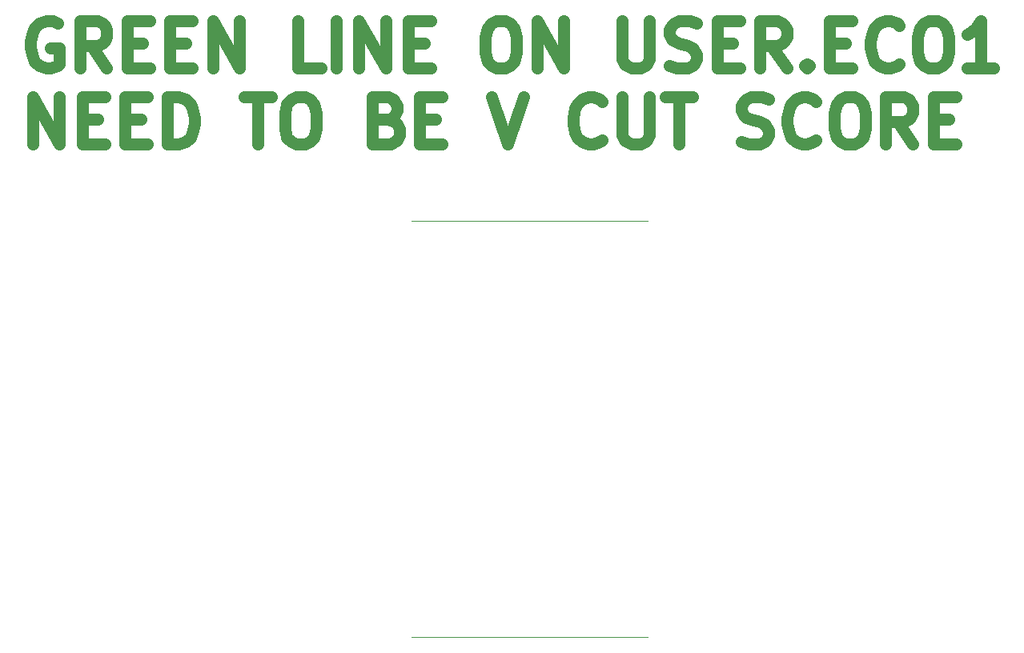
<source format=gbr>
%TF.GenerationSoftware,KiCad,Pcbnew,9.0.5*%
%TF.CreationDate,2025-10-19T17:26:29+02:00*%
%TF.ProjectId,PCB_PAPI,5043425f-5041-4504-992e-6b696361645f,rev?*%
%TF.SameCoordinates,Original*%
%TF.FileFunction,Other,ECO1*%
%FSLAX46Y46*%
G04 Gerber Fmt 4.6, Leading zero omitted, Abs format (unit mm)*
G04 Created by KiCad (PCBNEW 9.0.5) date 2025-10-19 17:26:29*
%MOMM*%
%LPD*%
G01*
G04 APERTURE LIST*
%ADD10C,1.250000*%
%ADD11C,0.100000*%
G04 APERTURE END LIST*
D10*
X79031891Y-40061470D02*
X78555701Y-39823375D01*
X78555701Y-39823375D02*
X77841415Y-39823375D01*
X77841415Y-39823375D02*
X77127129Y-40061470D01*
X77127129Y-40061470D02*
X76650939Y-40537660D01*
X76650939Y-40537660D02*
X76412844Y-41013851D01*
X76412844Y-41013851D02*
X76174748Y-41966232D01*
X76174748Y-41966232D02*
X76174748Y-42680518D01*
X76174748Y-42680518D02*
X76412844Y-43632899D01*
X76412844Y-43632899D02*
X76650939Y-44109089D01*
X76650939Y-44109089D02*
X77127129Y-44585280D01*
X77127129Y-44585280D02*
X77841415Y-44823375D01*
X77841415Y-44823375D02*
X78317606Y-44823375D01*
X78317606Y-44823375D02*
X79031891Y-44585280D01*
X79031891Y-44585280D02*
X79269987Y-44347184D01*
X79269987Y-44347184D02*
X79269987Y-42680518D01*
X79269987Y-42680518D02*
X78317606Y-42680518D01*
X84269987Y-44823375D02*
X82603320Y-42442422D01*
X81412844Y-44823375D02*
X81412844Y-39823375D01*
X81412844Y-39823375D02*
X83317606Y-39823375D01*
X83317606Y-39823375D02*
X83793796Y-40061470D01*
X83793796Y-40061470D02*
X84031891Y-40299565D01*
X84031891Y-40299565D02*
X84269987Y-40775756D01*
X84269987Y-40775756D02*
X84269987Y-41490041D01*
X84269987Y-41490041D02*
X84031891Y-41966232D01*
X84031891Y-41966232D02*
X83793796Y-42204327D01*
X83793796Y-42204327D02*
X83317606Y-42442422D01*
X83317606Y-42442422D02*
X81412844Y-42442422D01*
X86412844Y-42204327D02*
X88079510Y-42204327D01*
X88793796Y-44823375D02*
X86412844Y-44823375D01*
X86412844Y-44823375D02*
X86412844Y-39823375D01*
X86412844Y-39823375D02*
X88793796Y-39823375D01*
X90936654Y-42204327D02*
X92603320Y-42204327D01*
X93317606Y-44823375D02*
X90936654Y-44823375D01*
X90936654Y-44823375D02*
X90936654Y-39823375D01*
X90936654Y-39823375D02*
X93317606Y-39823375D01*
X95460464Y-44823375D02*
X95460464Y-39823375D01*
X95460464Y-39823375D02*
X98317607Y-44823375D01*
X98317607Y-44823375D02*
X98317607Y-39823375D01*
X106889035Y-44823375D02*
X104508083Y-44823375D01*
X104508083Y-44823375D02*
X104508083Y-39823375D01*
X108555702Y-44823375D02*
X108555702Y-39823375D01*
X110936654Y-44823375D02*
X110936654Y-39823375D01*
X110936654Y-39823375D02*
X113793797Y-44823375D01*
X113793797Y-44823375D02*
X113793797Y-39823375D01*
X116174749Y-42204327D02*
X117841415Y-42204327D01*
X118555701Y-44823375D02*
X116174749Y-44823375D01*
X116174749Y-44823375D02*
X116174749Y-39823375D01*
X116174749Y-39823375D02*
X118555701Y-39823375D01*
X125460464Y-39823375D02*
X126412845Y-39823375D01*
X126412845Y-39823375D02*
X126889035Y-40061470D01*
X126889035Y-40061470D02*
X127365226Y-40537660D01*
X127365226Y-40537660D02*
X127603321Y-41490041D01*
X127603321Y-41490041D02*
X127603321Y-43156708D01*
X127603321Y-43156708D02*
X127365226Y-44109089D01*
X127365226Y-44109089D02*
X126889035Y-44585280D01*
X126889035Y-44585280D02*
X126412845Y-44823375D01*
X126412845Y-44823375D02*
X125460464Y-44823375D01*
X125460464Y-44823375D02*
X124984273Y-44585280D01*
X124984273Y-44585280D02*
X124508083Y-44109089D01*
X124508083Y-44109089D02*
X124269987Y-43156708D01*
X124269987Y-43156708D02*
X124269987Y-41490041D01*
X124269987Y-41490041D02*
X124508083Y-40537660D01*
X124508083Y-40537660D02*
X124984273Y-40061470D01*
X124984273Y-40061470D02*
X125460464Y-39823375D01*
X129746178Y-44823375D02*
X129746178Y-39823375D01*
X129746178Y-39823375D02*
X132603321Y-44823375D01*
X132603321Y-44823375D02*
X132603321Y-39823375D01*
X138793797Y-39823375D02*
X138793797Y-43870994D01*
X138793797Y-43870994D02*
X139031892Y-44347184D01*
X139031892Y-44347184D02*
X139269987Y-44585280D01*
X139269987Y-44585280D02*
X139746178Y-44823375D01*
X139746178Y-44823375D02*
X140698559Y-44823375D01*
X140698559Y-44823375D02*
X141174749Y-44585280D01*
X141174749Y-44585280D02*
X141412844Y-44347184D01*
X141412844Y-44347184D02*
X141650940Y-43870994D01*
X141650940Y-43870994D02*
X141650940Y-39823375D01*
X143793796Y-44585280D02*
X144508082Y-44823375D01*
X144508082Y-44823375D02*
X145698558Y-44823375D01*
X145698558Y-44823375D02*
X146174749Y-44585280D01*
X146174749Y-44585280D02*
X146412844Y-44347184D01*
X146412844Y-44347184D02*
X146650939Y-43870994D01*
X146650939Y-43870994D02*
X146650939Y-43394803D01*
X146650939Y-43394803D02*
X146412844Y-42918613D01*
X146412844Y-42918613D02*
X146174749Y-42680518D01*
X146174749Y-42680518D02*
X145698558Y-42442422D01*
X145698558Y-42442422D02*
X144746177Y-42204327D01*
X144746177Y-42204327D02*
X144269987Y-41966232D01*
X144269987Y-41966232D02*
X144031892Y-41728137D01*
X144031892Y-41728137D02*
X143793796Y-41251946D01*
X143793796Y-41251946D02*
X143793796Y-40775756D01*
X143793796Y-40775756D02*
X144031892Y-40299565D01*
X144031892Y-40299565D02*
X144269987Y-40061470D01*
X144269987Y-40061470D02*
X144746177Y-39823375D01*
X144746177Y-39823375D02*
X145936654Y-39823375D01*
X145936654Y-39823375D02*
X146650939Y-40061470D01*
X148793797Y-42204327D02*
X150460463Y-42204327D01*
X151174749Y-44823375D02*
X148793797Y-44823375D01*
X148793797Y-44823375D02*
X148793797Y-39823375D01*
X148793797Y-39823375D02*
X151174749Y-39823375D01*
X156174750Y-44823375D02*
X154508083Y-42442422D01*
X153317607Y-44823375D02*
X153317607Y-39823375D01*
X153317607Y-39823375D02*
X155222369Y-39823375D01*
X155222369Y-39823375D02*
X155698559Y-40061470D01*
X155698559Y-40061470D02*
X155936654Y-40299565D01*
X155936654Y-40299565D02*
X156174750Y-40775756D01*
X156174750Y-40775756D02*
X156174750Y-41490041D01*
X156174750Y-41490041D02*
X155936654Y-41966232D01*
X155936654Y-41966232D02*
X155698559Y-42204327D01*
X155698559Y-42204327D02*
X155222369Y-42442422D01*
X155222369Y-42442422D02*
X153317607Y-42442422D01*
X158317607Y-44347184D02*
X158555702Y-44585280D01*
X158555702Y-44585280D02*
X158317607Y-44823375D01*
X158317607Y-44823375D02*
X158079511Y-44585280D01*
X158079511Y-44585280D02*
X158317607Y-44347184D01*
X158317607Y-44347184D02*
X158317607Y-44823375D01*
X160698559Y-42204327D02*
X162365225Y-42204327D01*
X163079511Y-44823375D02*
X160698559Y-44823375D01*
X160698559Y-44823375D02*
X160698559Y-39823375D01*
X160698559Y-39823375D02*
X163079511Y-39823375D01*
X168079512Y-44347184D02*
X167841416Y-44585280D01*
X167841416Y-44585280D02*
X167127131Y-44823375D01*
X167127131Y-44823375D02*
X166650940Y-44823375D01*
X166650940Y-44823375D02*
X165936654Y-44585280D01*
X165936654Y-44585280D02*
X165460464Y-44109089D01*
X165460464Y-44109089D02*
X165222369Y-43632899D01*
X165222369Y-43632899D02*
X164984273Y-42680518D01*
X164984273Y-42680518D02*
X164984273Y-41966232D01*
X164984273Y-41966232D02*
X165222369Y-41013851D01*
X165222369Y-41013851D02*
X165460464Y-40537660D01*
X165460464Y-40537660D02*
X165936654Y-40061470D01*
X165936654Y-40061470D02*
X166650940Y-39823375D01*
X166650940Y-39823375D02*
X167127131Y-39823375D01*
X167127131Y-39823375D02*
X167841416Y-40061470D01*
X167841416Y-40061470D02*
X168079512Y-40299565D01*
X171174750Y-39823375D02*
X172127131Y-39823375D01*
X172127131Y-39823375D02*
X172603321Y-40061470D01*
X172603321Y-40061470D02*
X173079512Y-40537660D01*
X173079512Y-40537660D02*
X173317607Y-41490041D01*
X173317607Y-41490041D02*
X173317607Y-43156708D01*
X173317607Y-43156708D02*
X173079512Y-44109089D01*
X173079512Y-44109089D02*
X172603321Y-44585280D01*
X172603321Y-44585280D02*
X172127131Y-44823375D01*
X172127131Y-44823375D02*
X171174750Y-44823375D01*
X171174750Y-44823375D02*
X170698559Y-44585280D01*
X170698559Y-44585280D02*
X170222369Y-44109089D01*
X170222369Y-44109089D02*
X169984273Y-43156708D01*
X169984273Y-43156708D02*
X169984273Y-41490041D01*
X169984273Y-41490041D02*
X170222369Y-40537660D01*
X170222369Y-40537660D02*
X170698559Y-40061470D01*
X170698559Y-40061470D02*
X171174750Y-39823375D01*
X178079511Y-44823375D02*
X175222368Y-44823375D01*
X176650940Y-44823375D02*
X176650940Y-39823375D01*
X176650940Y-39823375D02*
X176174749Y-40537660D01*
X176174749Y-40537660D02*
X175698559Y-41013851D01*
X175698559Y-41013851D02*
X175222368Y-41251946D01*
X76412844Y-52873095D02*
X76412844Y-47873095D01*
X76412844Y-47873095D02*
X79269987Y-52873095D01*
X79269987Y-52873095D02*
X79269987Y-47873095D01*
X81650939Y-50254047D02*
X83317605Y-50254047D01*
X84031891Y-52873095D02*
X81650939Y-52873095D01*
X81650939Y-52873095D02*
X81650939Y-47873095D01*
X81650939Y-47873095D02*
X84031891Y-47873095D01*
X86174749Y-50254047D02*
X87841415Y-50254047D01*
X88555701Y-52873095D02*
X86174749Y-52873095D01*
X86174749Y-52873095D02*
X86174749Y-47873095D01*
X86174749Y-47873095D02*
X88555701Y-47873095D01*
X90698559Y-52873095D02*
X90698559Y-47873095D01*
X90698559Y-47873095D02*
X91889035Y-47873095D01*
X91889035Y-47873095D02*
X92603321Y-48111190D01*
X92603321Y-48111190D02*
X93079511Y-48587380D01*
X93079511Y-48587380D02*
X93317606Y-49063571D01*
X93317606Y-49063571D02*
X93555702Y-50015952D01*
X93555702Y-50015952D02*
X93555702Y-50730238D01*
X93555702Y-50730238D02*
X93317606Y-51682619D01*
X93317606Y-51682619D02*
X93079511Y-52158809D01*
X93079511Y-52158809D02*
X92603321Y-52635000D01*
X92603321Y-52635000D02*
X91889035Y-52873095D01*
X91889035Y-52873095D02*
X90698559Y-52873095D01*
X98793797Y-47873095D02*
X101650940Y-47873095D01*
X100222368Y-52873095D02*
X100222368Y-47873095D01*
X104269988Y-47873095D02*
X105222369Y-47873095D01*
X105222369Y-47873095D02*
X105698559Y-48111190D01*
X105698559Y-48111190D02*
X106174750Y-48587380D01*
X106174750Y-48587380D02*
X106412845Y-49539761D01*
X106412845Y-49539761D02*
X106412845Y-51206428D01*
X106412845Y-51206428D02*
X106174750Y-52158809D01*
X106174750Y-52158809D02*
X105698559Y-52635000D01*
X105698559Y-52635000D02*
X105222369Y-52873095D01*
X105222369Y-52873095D02*
X104269988Y-52873095D01*
X104269988Y-52873095D02*
X103793797Y-52635000D01*
X103793797Y-52635000D02*
X103317607Y-52158809D01*
X103317607Y-52158809D02*
X103079511Y-51206428D01*
X103079511Y-51206428D02*
X103079511Y-49539761D01*
X103079511Y-49539761D02*
X103317607Y-48587380D01*
X103317607Y-48587380D02*
X103793797Y-48111190D01*
X103793797Y-48111190D02*
X104269988Y-47873095D01*
X114031892Y-50254047D02*
X114746178Y-50492142D01*
X114746178Y-50492142D02*
X114984273Y-50730238D01*
X114984273Y-50730238D02*
X115222369Y-51206428D01*
X115222369Y-51206428D02*
X115222369Y-51920714D01*
X115222369Y-51920714D02*
X114984273Y-52396904D01*
X114984273Y-52396904D02*
X114746178Y-52635000D01*
X114746178Y-52635000D02*
X114269988Y-52873095D01*
X114269988Y-52873095D02*
X112365226Y-52873095D01*
X112365226Y-52873095D02*
X112365226Y-47873095D01*
X112365226Y-47873095D02*
X114031892Y-47873095D01*
X114031892Y-47873095D02*
X114508083Y-48111190D01*
X114508083Y-48111190D02*
X114746178Y-48349285D01*
X114746178Y-48349285D02*
X114984273Y-48825476D01*
X114984273Y-48825476D02*
X114984273Y-49301666D01*
X114984273Y-49301666D02*
X114746178Y-49777857D01*
X114746178Y-49777857D02*
X114508083Y-50015952D01*
X114508083Y-50015952D02*
X114031892Y-50254047D01*
X114031892Y-50254047D02*
X112365226Y-50254047D01*
X117365226Y-50254047D02*
X119031892Y-50254047D01*
X119746178Y-52873095D02*
X117365226Y-52873095D01*
X117365226Y-52873095D02*
X117365226Y-47873095D01*
X117365226Y-47873095D02*
X119746178Y-47873095D01*
X124984274Y-47873095D02*
X126650941Y-52873095D01*
X126650941Y-52873095D02*
X128317607Y-47873095D01*
X136650941Y-52396904D02*
X136412845Y-52635000D01*
X136412845Y-52635000D02*
X135698560Y-52873095D01*
X135698560Y-52873095D02*
X135222369Y-52873095D01*
X135222369Y-52873095D02*
X134508083Y-52635000D01*
X134508083Y-52635000D02*
X134031893Y-52158809D01*
X134031893Y-52158809D02*
X133793798Y-51682619D01*
X133793798Y-51682619D02*
X133555702Y-50730238D01*
X133555702Y-50730238D02*
X133555702Y-50015952D01*
X133555702Y-50015952D02*
X133793798Y-49063571D01*
X133793798Y-49063571D02*
X134031893Y-48587380D01*
X134031893Y-48587380D02*
X134508083Y-48111190D01*
X134508083Y-48111190D02*
X135222369Y-47873095D01*
X135222369Y-47873095D02*
X135698560Y-47873095D01*
X135698560Y-47873095D02*
X136412845Y-48111190D01*
X136412845Y-48111190D02*
X136650941Y-48349285D01*
X138793798Y-47873095D02*
X138793798Y-51920714D01*
X138793798Y-51920714D02*
X139031893Y-52396904D01*
X139031893Y-52396904D02*
X139269988Y-52635000D01*
X139269988Y-52635000D02*
X139746179Y-52873095D01*
X139746179Y-52873095D02*
X140698560Y-52873095D01*
X140698560Y-52873095D02*
X141174750Y-52635000D01*
X141174750Y-52635000D02*
X141412845Y-52396904D01*
X141412845Y-52396904D02*
X141650941Y-51920714D01*
X141650941Y-51920714D02*
X141650941Y-47873095D01*
X143317607Y-47873095D02*
X146174750Y-47873095D01*
X144746178Y-52873095D02*
X144746178Y-47873095D01*
X151412845Y-52635000D02*
X152127131Y-52873095D01*
X152127131Y-52873095D02*
X153317607Y-52873095D01*
X153317607Y-52873095D02*
X153793798Y-52635000D01*
X153793798Y-52635000D02*
X154031893Y-52396904D01*
X154031893Y-52396904D02*
X154269988Y-51920714D01*
X154269988Y-51920714D02*
X154269988Y-51444523D01*
X154269988Y-51444523D02*
X154031893Y-50968333D01*
X154031893Y-50968333D02*
X153793798Y-50730238D01*
X153793798Y-50730238D02*
X153317607Y-50492142D01*
X153317607Y-50492142D02*
X152365226Y-50254047D01*
X152365226Y-50254047D02*
X151889036Y-50015952D01*
X151889036Y-50015952D02*
X151650941Y-49777857D01*
X151650941Y-49777857D02*
X151412845Y-49301666D01*
X151412845Y-49301666D02*
X151412845Y-48825476D01*
X151412845Y-48825476D02*
X151650941Y-48349285D01*
X151650941Y-48349285D02*
X151889036Y-48111190D01*
X151889036Y-48111190D02*
X152365226Y-47873095D01*
X152365226Y-47873095D02*
X153555703Y-47873095D01*
X153555703Y-47873095D02*
X154269988Y-48111190D01*
X159269989Y-52396904D02*
X159031893Y-52635000D01*
X159031893Y-52635000D02*
X158317608Y-52873095D01*
X158317608Y-52873095D02*
X157841417Y-52873095D01*
X157841417Y-52873095D02*
X157127131Y-52635000D01*
X157127131Y-52635000D02*
X156650941Y-52158809D01*
X156650941Y-52158809D02*
X156412846Y-51682619D01*
X156412846Y-51682619D02*
X156174750Y-50730238D01*
X156174750Y-50730238D02*
X156174750Y-50015952D01*
X156174750Y-50015952D02*
X156412846Y-49063571D01*
X156412846Y-49063571D02*
X156650941Y-48587380D01*
X156650941Y-48587380D02*
X157127131Y-48111190D01*
X157127131Y-48111190D02*
X157841417Y-47873095D01*
X157841417Y-47873095D02*
X158317608Y-47873095D01*
X158317608Y-47873095D02*
X159031893Y-48111190D01*
X159031893Y-48111190D02*
X159269989Y-48349285D01*
X162365227Y-47873095D02*
X163317608Y-47873095D01*
X163317608Y-47873095D02*
X163793798Y-48111190D01*
X163793798Y-48111190D02*
X164269989Y-48587380D01*
X164269989Y-48587380D02*
X164508084Y-49539761D01*
X164508084Y-49539761D02*
X164508084Y-51206428D01*
X164508084Y-51206428D02*
X164269989Y-52158809D01*
X164269989Y-52158809D02*
X163793798Y-52635000D01*
X163793798Y-52635000D02*
X163317608Y-52873095D01*
X163317608Y-52873095D02*
X162365227Y-52873095D01*
X162365227Y-52873095D02*
X161889036Y-52635000D01*
X161889036Y-52635000D02*
X161412846Y-52158809D01*
X161412846Y-52158809D02*
X161174750Y-51206428D01*
X161174750Y-51206428D02*
X161174750Y-49539761D01*
X161174750Y-49539761D02*
X161412846Y-48587380D01*
X161412846Y-48587380D02*
X161889036Y-48111190D01*
X161889036Y-48111190D02*
X162365227Y-47873095D01*
X169508084Y-52873095D02*
X167841417Y-50492142D01*
X166650941Y-52873095D02*
X166650941Y-47873095D01*
X166650941Y-47873095D02*
X168555703Y-47873095D01*
X168555703Y-47873095D02*
X169031893Y-48111190D01*
X169031893Y-48111190D02*
X169269988Y-48349285D01*
X169269988Y-48349285D02*
X169508084Y-48825476D01*
X169508084Y-48825476D02*
X169508084Y-49539761D01*
X169508084Y-49539761D02*
X169269988Y-50015952D01*
X169269988Y-50015952D02*
X169031893Y-50254047D01*
X169031893Y-50254047D02*
X168555703Y-50492142D01*
X168555703Y-50492142D02*
X166650941Y-50492142D01*
X171650941Y-50254047D02*
X173317607Y-50254047D01*
X174031893Y-52873095D02*
X171650941Y-52873095D01*
X171650941Y-52873095D02*
X171650941Y-47873095D01*
X171650941Y-47873095D02*
X174031893Y-47873095D01*
D11*
X116500000Y-105000000D02*
X141500000Y-105000000D01*
X116500000Y-61000000D02*
X141500000Y-61000000D01*
M02*

</source>
